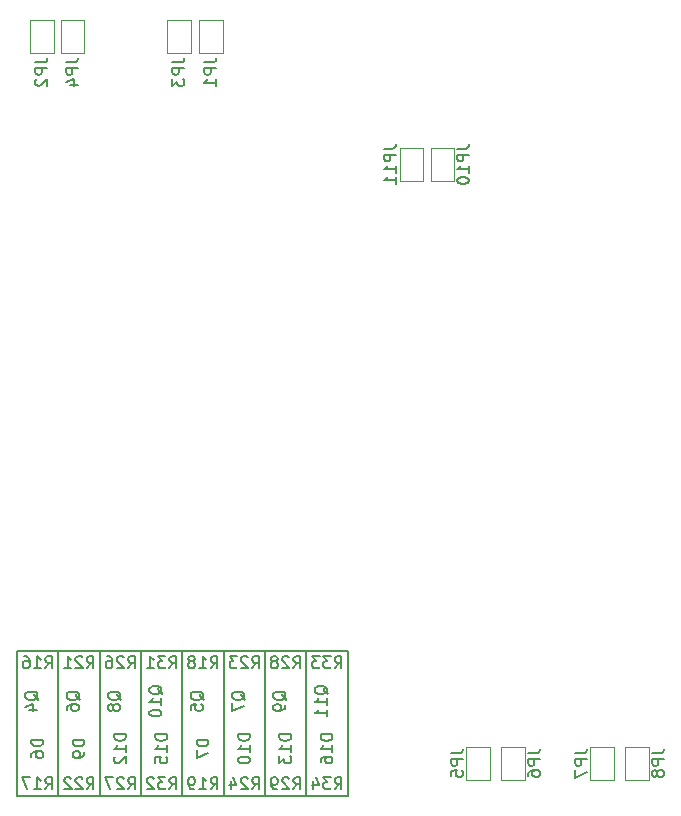
<source format=gbr>
%TF.GenerationSoftware,KiCad,Pcbnew,6.0.4-6f826c9f35~116~ubuntu20.04.1*%
%TF.CreationDate,2022-04-11T11:12:28+02:00*%
%TF.ProjectId,canbrd,63616e62-7264-42e6-9b69-6361645f7063,1.1*%
%TF.SameCoordinates,Original*%
%TF.FileFunction,Legend,Bot*%
%TF.FilePolarity,Positive*%
%FSLAX46Y46*%
G04 Gerber Fmt 4.6, Leading zero omitted, Abs format (unit mm)*
G04 Created by KiCad (PCBNEW 6.0.4-6f826c9f35~116~ubuntu20.04.1) date 2022-04-11 11:12:28*
%MOMM*%
%LPD*%
G01*
G04 APERTURE LIST*
%ADD10C,0.150000*%
%ADD11C,0.120000*%
G04 APERTURE END LIST*
D10*
X140000000Y-137750000D02*
X140000000Y-125500000D01*
X136500000Y-125500000D02*
X136500000Y-137750000D01*
X147000000Y-137750000D02*
X147000000Y-125500000D01*
X133000000Y-125500000D02*
X133000000Y-137750000D01*
X129500000Y-125500000D02*
X129500000Y-137750000D01*
X150500000Y-125500000D02*
X150500000Y-137750000D01*
X126000000Y-125500000D02*
X154000000Y-125500000D01*
X154000000Y-125500000D02*
X154000000Y-137750000D01*
X154000000Y-137750000D02*
X126000000Y-137750000D01*
X126000000Y-137750000D02*
X126000000Y-125500000D01*
X143500000Y-125500000D02*
X143500000Y-137750000D01*
%TO.C,D13*%
X149202380Y-132535714D02*
X148202380Y-132535714D01*
X148202380Y-132773809D01*
X148250000Y-132916666D01*
X148345238Y-133011904D01*
X148440476Y-133059523D01*
X148630952Y-133107142D01*
X148773809Y-133107142D01*
X148964285Y-133059523D01*
X149059523Y-133011904D01*
X149154761Y-132916666D01*
X149202380Y-132773809D01*
X149202380Y-132535714D01*
X149202380Y-134059523D02*
X149202380Y-133488095D01*
X149202380Y-133773809D02*
X148202380Y-133773809D01*
X148345238Y-133678571D01*
X148440476Y-133583333D01*
X148488095Y-133488095D01*
X148202380Y-134392857D02*
X148202380Y-135011904D01*
X148583333Y-134678571D01*
X148583333Y-134821428D01*
X148630952Y-134916666D01*
X148678571Y-134964285D01*
X148773809Y-135011904D01*
X149011904Y-135011904D01*
X149107142Y-134964285D01*
X149154761Y-134916666D01*
X149202380Y-134821428D01*
X149202380Y-134535714D01*
X149154761Y-134440476D01*
X149107142Y-134392857D01*
%TO.C,R28*%
X149392857Y-126952380D02*
X149726190Y-126476190D01*
X149964285Y-126952380D02*
X149964285Y-125952380D01*
X149583333Y-125952380D01*
X149488095Y-126000000D01*
X149440476Y-126047619D01*
X149392857Y-126142857D01*
X149392857Y-126285714D01*
X149440476Y-126380952D01*
X149488095Y-126428571D01*
X149583333Y-126476190D01*
X149964285Y-126476190D01*
X149011904Y-126047619D02*
X148964285Y-126000000D01*
X148869047Y-125952380D01*
X148630952Y-125952380D01*
X148535714Y-126000000D01*
X148488095Y-126047619D01*
X148440476Y-126142857D01*
X148440476Y-126238095D01*
X148488095Y-126380952D01*
X149059523Y-126952380D01*
X148440476Y-126952380D01*
X147869047Y-126380952D02*
X147964285Y-126333333D01*
X148011904Y-126285714D01*
X148059523Y-126190476D01*
X148059523Y-126142857D01*
X148011904Y-126047619D01*
X147964285Y-126000000D01*
X147869047Y-125952380D01*
X147678571Y-125952380D01*
X147583333Y-126000000D01*
X147535714Y-126047619D01*
X147488095Y-126142857D01*
X147488095Y-126190476D01*
X147535714Y-126285714D01*
X147583333Y-126333333D01*
X147678571Y-126380952D01*
X147869047Y-126380952D01*
X147964285Y-126428571D01*
X148011904Y-126476190D01*
X148059523Y-126571428D01*
X148059523Y-126761904D01*
X148011904Y-126857142D01*
X147964285Y-126904761D01*
X147869047Y-126952380D01*
X147678571Y-126952380D01*
X147583333Y-126904761D01*
X147535714Y-126857142D01*
X147488095Y-126761904D01*
X147488095Y-126571428D01*
X147535714Y-126476190D01*
X147583333Y-126428571D01*
X147678571Y-126380952D01*
%TO.C,Q9*%
X148797619Y-129654761D02*
X148750000Y-129559523D01*
X148654761Y-129464285D01*
X148511904Y-129321428D01*
X148464285Y-129226190D01*
X148464285Y-129130952D01*
X148702380Y-129178571D02*
X148654761Y-129083333D01*
X148559523Y-128988095D01*
X148369047Y-128940476D01*
X148035714Y-128940476D01*
X147845238Y-128988095D01*
X147750000Y-129083333D01*
X147702380Y-129178571D01*
X147702380Y-129369047D01*
X147750000Y-129464285D01*
X147845238Y-129559523D01*
X148035714Y-129607142D01*
X148369047Y-129607142D01*
X148559523Y-129559523D01*
X148654761Y-129464285D01*
X148702380Y-129369047D01*
X148702380Y-129178571D01*
X148702380Y-130083333D02*
X148702380Y-130273809D01*
X148654761Y-130369047D01*
X148607142Y-130416666D01*
X148464285Y-130511904D01*
X148273809Y-130559523D01*
X147892857Y-130559523D01*
X147797619Y-130511904D01*
X147750000Y-130464285D01*
X147702380Y-130369047D01*
X147702380Y-130178571D01*
X147750000Y-130083333D01*
X147797619Y-130035714D01*
X147892857Y-129988095D01*
X148130952Y-129988095D01*
X148226190Y-130035714D01*
X148273809Y-130083333D01*
X148321428Y-130178571D01*
X148321428Y-130369047D01*
X148273809Y-130464285D01*
X148226190Y-130511904D01*
X148130952Y-130559523D01*
%TO.C,R19*%
X142392857Y-137202380D02*
X142726190Y-136726190D01*
X142964285Y-137202380D02*
X142964285Y-136202380D01*
X142583333Y-136202380D01*
X142488095Y-136250000D01*
X142440476Y-136297619D01*
X142392857Y-136392857D01*
X142392857Y-136535714D01*
X142440476Y-136630952D01*
X142488095Y-136678571D01*
X142583333Y-136726190D01*
X142964285Y-136726190D01*
X141440476Y-137202380D02*
X142011904Y-137202380D01*
X141726190Y-137202380D02*
X141726190Y-136202380D01*
X141821428Y-136345238D01*
X141916666Y-136440476D01*
X142011904Y-136488095D01*
X140964285Y-137202380D02*
X140773809Y-137202380D01*
X140678571Y-137154761D01*
X140630952Y-137107142D01*
X140535714Y-136964285D01*
X140488095Y-136773809D01*
X140488095Y-136392857D01*
X140535714Y-136297619D01*
X140583333Y-136250000D01*
X140678571Y-136202380D01*
X140869047Y-136202380D01*
X140964285Y-136250000D01*
X141011904Y-136297619D01*
X141059523Y-136392857D01*
X141059523Y-136630952D01*
X141011904Y-136726190D01*
X140964285Y-136773809D01*
X140869047Y-136821428D01*
X140678571Y-136821428D01*
X140583333Y-136773809D01*
X140535714Y-136726190D01*
X140488095Y-136630952D01*
%TO.C,R22*%
X131892857Y-137202380D02*
X132226190Y-136726190D01*
X132464285Y-137202380D02*
X132464285Y-136202380D01*
X132083333Y-136202380D01*
X131988095Y-136250000D01*
X131940476Y-136297619D01*
X131892857Y-136392857D01*
X131892857Y-136535714D01*
X131940476Y-136630952D01*
X131988095Y-136678571D01*
X132083333Y-136726190D01*
X132464285Y-136726190D01*
X131511904Y-136297619D02*
X131464285Y-136250000D01*
X131369047Y-136202380D01*
X131130952Y-136202380D01*
X131035714Y-136250000D01*
X130988095Y-136297619D01*
X130940476Y-136392857D01*
X130940476Y-136488095D01*
X130988095Y-136630952D01*
X131559523Y-137202380D01*
X130940476Y-137202380D01*
X130559523Y-136297619D02*
X130511904Y-136250000D01*
X130416666Y-136202380D01*
X130178571Y-136202380D01*
X130083333Y-136250000D01*
X130035714Y-136297619D01*
X129988095Y-136392857D01*
X129988095Y-136488095D01*
X130035714Y-136630952D01*
X130607142Y-137202380D01*
X129988095Y-137202380D01*
%TO.C,R27*%
X135392857Y-137202380D02*
X135726190Y-136726190D01*
X135964285Y-137202380D02*
X135964285Y-136202380D01*
X135583333Y-136202380D01*
X135488095Y-136250000D01*
X135440476Y-136297619D01*
X135392857Y-136392857D01*
X135392857Y-136535714D01*
X135440476Y-136630952D01*
X135488095Y-136678571D01*
X135583333Y-136726190D01*
X135964285Y-136726190D01*
X135011904Y-136297619D02*
X134964285Y-136250000D01*
X134869047Y-136202380D01*
X134630952Y-136202380D01*
X134535714Y-136250000D01*
X134488095Y-136297619D01*
X134440476Y-136392857D01*
X134440476Y-136488095D01*
X134488095Y-136630952D01*
X135059523Y-137202380D01*
X134440476Y-137202380D01*
X134107142Y-136202380D02*
X133440476Y-136202380D01*
X133869047Y-137202380D01*
%TO.C,D15*%
X138702380Y-132535714D02*
X137702380Y-132535714D01*
X137702380Y-132773809D01*
X137750000Y-132916666D01*
X137845238Y-133011904D01*
X137940476Y-133059523D01*
X138130952Y-133107142D01*
X138273809Y-133107142D01*
X138464285Y-133059523D01*
X138559523Y-133011904D01*
X138654761Y-132916666D01*
X138702380Y-132773809D01*
X138702380Y-132535714D01*
X138702380Y-134059523D02*
X138702380Y-133488095D01*
X138702380Y-133773809D02*
X137702380Y-133773809D01*
X137845238Y-133678571D01*
X137940476Y-133583333D01*
X137988095Y-133488095D01*
X137702380Y-134964285D02*
X137702380Y-134488095D01*
X138178571Y-134440476D01*
X138130952Y-134488095D01*
X138083333Y-134583333D01*
X138083333Y-134821428D01*
X138130952Y-134916666D01*
X138178571Y-134964285D01*
X138273809Y-135011904D01*
X138511904Y-135011904D01*
X138607142Y-134964285D01*
X138654761Y-134916666D01*
X138702380Y-134821428D01*
X138702380Y-134583333D01*
X138654761Y-134488095D01*
X138607142Y-134440476D01*
%TO.C,Q11*%
X152297619Y-129178571D02*
X152250000Y-129083333D01*
X152154761Y-128988095D01*
X152011904Y-128845238D01*
X151964285Y-128750000D01*
X151964285Y-128654761D01*
X152202380Y-128702380D02*
X152154761Y-128607142D01*
X152059523Y-128511904D01*
X151869047Y-128464285D01*
X151535714Y-128464285D01*
X151345238Y-128511904D01*
X151250000Y-128607142D01*
X151202380Y-128702380D01*
X151202380Y-128892857D01*
X151250000Y-128988095D01*
X151345238Y-129083333D01*
X151535714Y-129130952D01*
X151869047Y-129130952D01*
X152059523Y-129083333D01*
X152154761Y-128988095D01*
X152202380Y-128892857D01*
X152202380Y-128702380D01*
X152202380Y-130083333D02*
X152202380Y-129511904D01*
X152202380Y-129797619D02*
X151202380Y-129797619D01*
X151345238Y-129702380D01*
X151440476Y-129607142D01*
X151488095Y-129511904D01*
X152202380Y-131035714D02*
X152202380Y-130464285D01*
X152202380Y-130750000D02*
X151202380Y-130750000D01*
X151345238Y-130654761D01*
X151440476Y-130559523D01*
X151488095Y-130464285D01*
%TO.C,D16*%
X152702380Y-132535714D02*
X151702380Y-132535714D01*
X151702380Y-132773809D01*
X151750000Y-132916666D01*
X151845238Y-133011904D01*
X151940476Y-133059523D01*
X152130952Y-133107142D01*
X152273809Y-133107142D01*
X152464285Y-133059523D01*
X152559523Y-133011904D01*
X152654761Y-132916666D01*
X152702380Y-132773809D01*
X152702380Y-132535714D01*
X152702380Y-134059523D02*
X152702380Y-133488095D01*
X152702380Y-133773809D02*
X151702380Y-133773809D01*
X151845238Y-133678571D01*
X151940476Y-133583333D01*
X151988095Y-133488095D01*
X151702380Y-134916666D02*
X151702380Y-134726190D01*
X151750000Y-134630952D01*
X151797619Y-134583333D01*
X151940476Y-134488095D01*
X152130952Y-134440476D01*
X152511904Y-134440476D01*
X152607142Y-134488095D01*
X152654761Y-134535714D01*
X152702380Y-134630952D01*
X152702380Y-134821428D01*
X152654761Y-134916666D01*
X152607142Y-134964285D01*
X152511904Y-135011904D01*
X152273809Y-135011904D01*
X152178571Y-134964285D01*
X152130952Y-134916666D01*
X152083333Y-134821428D01*
X152083333Y-134630952D01*
X152130952Y-134535714D01*
X152178571Y-134488095D01*
X152273809Y-134440476D01*
%TO.C,R33*%
X152892857Y-126952380D02*
X153226190Y-126476190D01*
X153464285Y-126952380D02*
X153464285Y-125952380D01*
X153083333Y-125952380D01*
X152988095Y-126000000D01*
X152940476Y-126047619D01*
X152892857Y-126142857D01*
X152892857Y-126285714D01*
X152940476Y-126380952D01*
X152988095Y-126428571D01*
X153083333Y-126476190D01*
X153464285Y-126476190D01*
X152559523Y-125952380D02*
X151940476Y-125952380D01*
X152273809Y-126333333D01*
X152130952Y-126333333D01*
X152035714Y-126380952D01*
X151988095Y-126428571D01*
X151940476Y-126523809D01*
X151940476Y-126761904D01*
X151988095Y-126857142D01*
X152035714Y-126904761D01*
X152130952Y-126952380D01*
X152416666Y-126952380D01*
X152511904Y-126904761D01*
X152559523Y-126857142D01*
X151607142Y-125952380D02*
X150988095Y-125952380D01*
X151321428Y-126333333D01*
X151178571Y-126333333D01*
X151083333Y-126380952D01*
X151035714Y-126428571D01*
X150988095Y-126523809D01*
X150988095Y-126761904D01*
X151035714Y-126857142D01*
X151083333Y-126904761D01*
X151178571Y-126952380D01*
X151464285Y-126952380D01*
X151559523Y-126904761D01*
X151607142Y-126857142D01*
%TO.C,Q4*%
X127797619Y-129654761D02*
X127750000Y-129559523D01*
X127654761Y-129464285D01*
X127511904Y-129321428D01*
X127464285Y-129226190D01*
X127464285Y-129130952D01*
X127702380Y-129178571D02*
X127654761Y-129083333D01*
X127559523Y-128988095D01*
X127369047Y-128940476D01*
X127035714Y-128940476D01*
X126845238Y-128988095D01*
X126750000Y-129083333D01*
X126702380Y-129178571D01*
X126702380Y-129369047D01*
X126750000Y-129464285D01*
X126845238Y-129559523D01*
X127035714Y-129607142D01*
X127369047Y-129607142D01*
X127559523Y-129559523D01*
X127654761Y-129464285D01*
X127702380Y-129369047D01*
X127702380Y-129178571D01*
X127035714Y-130464285D02*
X127702380Y-130464285D01*
X126654761Y-130226190D02*
X127369047Y-129988095D01*
X127369047Y-130607142D01*
%TO.C,R23*%
X145892857Y-126952380D02*
X146226190Y-126476190D01*
X146464285Y-126952380D02*
X146464285Y-125952380D01*
X146083333Y-125952380D01*
X145988095Y-126000000D01*
X145940476Y-126047619D01*
X145892857Y-126142857D01*
X145892857Y-126285714D01*
X145940476Y-126380952D01*
X145988095Y-126428571D01*
X146083333Y-126476190D01*
X146464285Y-126476190D01*
X145511904Y-126047619D02*
X145464285Y-126000000D01*
X145369047Y-125952380D01*
X145130952Y-125952380D01*
X145035714Y-126000000D01*
X144988095Y-126047619D01*
X144940476Y-126142857D01*
X144940476Y-126238095D01*
X144988095Y-126380952D01*
X145559523Y-126952380D01*
X144940476Y-126952380D01*
X144607142Y-125952380D02*
X143988095Y-125952380D01*
X144321428Y-126333333D01*
X144178571Y-126333333D01*
X144083333Y-126380952D01*
X144035714Y-126428571D01*
X143988095Y-126523809D01*
X143988095Y-126761904D01*
X144035714Y-126857142D01*
X144083333Y-126904761D01*
X144178571Y-126952380D01*
X144464285Y-126952380D01*
X144559523Y-126904761D01*
X144607142Y-126857142D01*
%TO.C,Q5*%
X141797619Y-129654761D02*
X141750000Y-129559523D01*
X141654761Y-129464285D01*
X141511904Y-129321428D01*
X141464285Y-129226190D01*
X141464285Y-129130952D01*
X141702380Y-129178571D02*
X141654761Y-129083333D01*
X141559523Y-128988095D01*
X141369047Y-128940476D01*
X141035714Y-128940476D01*
X140845238Y-128988095D01*
X140750000Y-129083333D01*
X140702380Y-129178571D01*
X140702380Y-129369047D01*
X140750000Y-129464285D01*
X140845238Y-129559523D01*
X141035714Y-129607142D01*
X141369047Y-129607142D01*
X141559523Y-129559523D01*
X141654761Y-129464285D01*
X141702380Y-129369047D01*
X141702380Y-129178571D01*
X140702380Y-130511904D02*
X140702380Y-130035714D01*
X141178571Y-129988095D01*
X141130952Y-130035714D01*
X141083333Y-130130952D01*
X141083333Y-130369047D01*
X141130952Y-130464285D01*
X141178571Y-130511904D01*
X141273809Y-130559523D01*
X141511904Y-130559523D01*
X141607142Y-130511904D01*
X141654761Y-130464285D01*
X141702380Y-130369047D01*
X141702380Y-130130952D01*
X141654761Y-130035714D01*
X141607142Y-129988095D01*
%TO.C,R16*%
X128392857Y-126952380D02*
X128726190Y-126476190D01*
X128964285Y-126952380D02*
X128964285Y-125952380D01*
X128583333Y-125952380D01*
X128488095Y-126000000D01*
X128440476Y-126047619D01*
X128392857Y-126142857D01*
X128392857Y-126285714D01*
X128440476Y-126380952D01*
X128488095Y-126428571D01*
X128583333Y-126476190D01*
X128964285Y-126476190D01*
X127440476Y-126952380D02*
X128011904Y-126952380D01*
X127726190Y-126952380D02*
X127726190Y-125952380D01*
X127821428Y-126095238D01*
X127916666Y-126190476D01*
X128011904Y-126238095D01*
X126583333Y-125952380D02*
X126773809Y-125952380D01*
X126869047Y-126000000D01*
X126916666Y-126047619D01*
X127011904Y-126190476D01*
X127059523Y-126380952D01*
X127059523Y-126761904D01*
X127011904Y-126857142D01*
X126964285Y-126904761D01*
X126869047Y-126952380D01*
X126678571Y-126952380D01*
X126583333Y-126904761D01*
X126535714Y-126857142D01*
X126488095Y-126761904D01*
X126488095Y-126523809D01*
X126535714Y-126428571D01*
X126583333Y-126380952D01*
X126678571Y-126333333D01*
X126869047Y-126333333D01*
X126964285Y-126380952D01*
X127011904Y-126428571D01*
X127059523Y-126523809D01*
%TO.C,R17*%
X128392857Y-137202380D02*
X128726190Y-136726190D01*
X128964285Y-137202380D02*
X128964285Y-136202380D01*
X128583333Y-136202380D01*
X128488095Y-136250000D01*
X128440476Y-136297619D01*
X128392857Y-136392857D01*
X128392857Y-136535714D01*
X128440476Y-136630952D01*
X128488095Y-136678571D01*
X128583333Y-136726190D01*
X128964285Y-136726190D01*
X127440476Y-137202380D02*
X128011904Y-137202380D01*
X127726190Y-137202380D02*
X127726190Y-136202380D01*
X127821428Y-136345238D01*
X127916666Y-136440476D01*
X128011904Y-136488095D01*
X127107142Y-136202380D02*
X126440476Y-136202380D01*
X126869047Y-137202380D01*
%TO.C,D9*%
X131702380Y-133011904D02*
X130702380Y-133011904D01*
X130702380Y-133250000D01*
X130750000Y-133392857D01*
X130845238Y-133488095D01*
X130940476Y-133535714D01*
X131130952Y-133583333D01*
X131273809Y-133583333D01*
X131464285Y-133535714D01*
X131559523Y-133488095D01*
X131654761Y-133392857D01*
X131702380Y-133250000D01*
X131702380Y-133011904D01*
X131702380Y-134059523D02*
X131702380Y-134250000D01*
X131654761Y-134345238D01*
X131607142Y-134392857D01*
X131464285Y-134488095D01*
X131273809Y-134535714D01*
X130892857Y-134535714D01*
X130797619Y-134488095D01*
X130750000Y-134440476D01*
X130702380Y-134345238D01*
X130702380Y-134154761D01*
X130750000Y-134059523D01*
X130797619Y-134011904D01*
X130892857Y-133964285D01*
X131130952Y-133964285D01*
X131226190Y-134011904D01*
X131273809Y-134059523D01*
X131321428Y-134154761D01*
X131321428Y-134345238D01*
X131273809Y-134440476D01*
X131226190Y-134488095D01*
X131130952Y-134535714D01*
%TO.C,D6*%
X128202380Y-133011904D02*
X127202380Y-133011904D01*
X127202380Y-133250000D01*
X127250000Y-133392857D01*
X127345238Y-133488095D01*
X127440476Y-133535714D01*
X127630952Y-133583333D01*
X127773809Y-133583333D01*
X127964285Y-133535714D01*
X128059523Y-133488095D01*
X128154761Y-133392857D01*
X128202380Y-133250000D01*
X128202380Y-133011904D01*
X127202380Y-134440476D02*
X127202380Y-134250000D01*
X127250000Y-134154761D01*
X127297619Y-134107142D01*
X127440476Y-134011904D01*
X127630952Y-133964285D01*
X128011904Y-133964285D01*
X128107142Y-134011904D01*
X128154761Y-134059523D01*
X128202380Y-134154761D01*
X128202380Y-134345238D01*
X128154761Y-134440476D01*
X128107142Y-134488095D01*
X128011904Y-134535714D01*
X127773809Y-134535714D01*
X127678571Y-134488095D01*
X127630952Y-134440476D01*
X127583333Y-134345238D01*
X127583333Y-134154761D01*
X127630952Y-134059523D01*
X127678571Y-134011904D01*
X127773809Y-133964285D01*
%TO.C,R26*%
X135392857Y-126952380D02*
X135726190Y-126476190D01*
X135964285Y-126952380D02*
X135964285Y-125952380D01*
X135583333Y-125952380D01*
X135488095Y-126000000D01*
X135440476Y-126047619D01*
X135392857Y-126142857D01*
X135392857Y-126285714D01*
X135440476Y-126380952D01*
X135488095Y-126428571D01*
X135583333Y-126476190D01*
X135964285Y-126476190D01*
X135011904Y-126047619D02*
X134964285Y-126000000D01*
X134869047Y-125952380D01*
X134630952Y-125952380D01*
X134535714Y-126000000D01*
X134488095Y-126047619D01*
X134440476Y-126142857D01*
X134440476Y-126238095D01*
X134488095Y-126380952D01*
X135059523Y-126952380D01*
X134440476Y-126952380D01*
X133583333Y-125952380D02*
X133773809Y-125952380D01*
X133869047Y-126000000D01*
X133916666Y-126047619D01*
X134011904Y-126190476D01*
X134059523Y-126380952D01*
X134059523Y-126761904D01*
X134011904Y-126857142D01*
X133964285Y-126904761D01*
X133869047Y-126952380D01*
X133678571Y-126952380D01*
X133583333Y-126904761D01*
X133535714Y-126857142D01*
X133488095Y-126761904D01*
X133488095Y-126523809D01*
X133535714Y-126428571D01*
X133583333Y-126380952D01*
X133678571Y-126333333D01*
X133869047Y-126333333D01*
X133964285Y-126380952D01*
X134011904Y-126428571D01*
X134059523Y-126523809D01*
%TO.C,D12*%
X135202380Y-132535714D02*
X134202380Y-132535714D01*
X134202380Y-132773809D01*
X134250000Y-132916666D01*
X134345238Y-133011904D01*
X134440476Y-133059523D01*
X134630952Y-133107142D01*
X134773809Y-133107142D01*
X134964285Y-133059523D01*
X135059523Y-133011904D01*
X135154761Y-132916666D01*
X135202380Y-132773809D01*
X135202380Y-132535714D01*
X135202380Y-134059523D02*
X135202380Y-133488095D01*
X135202380Y-133773809D02*
X134202380Y-133773809D01*
X134345238Y-133678571D01*
X134440476Y-133583333D01*
X134488095Y-133488095D01*
X134297619Y-134440476D02*
X134250000Y-134488095D01*
X134202380Y-134583333D01*
X134202380Y-134821428D01*
X134250000Y-134916666D01*
X134297619Y-134964285D01*
X134392857Y-135011904D01*
X134488095Y-135011904D01*
X134630952Y-134964285D01*
X135202380Y-134392857D01*
X135202380Y-135011904D01*
%TO.C,D10*%
X145702380Y-132535714D02*
X144702380Y-132535714D01*
X144702380Y-132773809D01*
X144750000Y-132916666D01*
X144845238Y-133011904D01*
X144940476Y-133059523D01*
X145130952Y-133107142D01*
X145273809Y-133107142D01*
X145464285Y-133059523D01*
X145559523Y-133011904D01*
X145654761Y-132916666D01*
X145702380Y-132773809D01*
X145702380Y-132535714D01*
X145702380Y-134059523D02*
X145702380Y-133488095D01*
X145702380Y-133773809D02*
X144702380Y-133773809D01*
X144845238Y-133678571D01*
X144940476Y-133583333D01*
X144988095Y-133488095D01*
X144702380Y-134678571D02*
X144702380Y-134773809D01*
X144750000Y-134869047D01*
X144797619Y-134916666D01*
X144892857Y-134964285D01*
X145083333Y-135011904D01*
X145321428Y-135011904D01*
X145511904Y-134964285D01*
X145607142Y-134916666D01*
X145654761Y-134869047D01*
X145702380Y-134773809D01*
X145702380Y-134678571D01*
X145654761Y-134583333D01*
X145607142Y-134535714D01*
X145511904Y-134488095D01*
X145321428Y-134440476D01*
X145083333Y-134440476D01*
X144892857Y-134488095D01*
X144797619Y-134535714D01*
X144750000Y-134583333D01*
X144702380Y-134678571D01*
%TO.C,Q6*%
X131297619Y-129654761D02*
X131250000Y-129559523D01*
X131154761Y-129464285D01*
X131011904Y-129321428D01*
X130964285Y-129226190D01*
X130964285Y-129130952D01*
X131202380Y-129178571D02*
X131154761Y-129083333D01*
X131059523Y-128988095D01*
X130869047Y-128940476D01*
X130535714Y-128940476D01*
X130345238Y-128988095D01*
X130250000Y-129083333D01*
X130202380Y-129178571D01*
X130202380Y-129369047D01*
X130250000Y-129464285D01*
X130345238Y-129559523D01*
X130535714Y-129607142D01*
X130869047Y-129607142D01*
X131059523Y-129559523D01*
X131154761Y-129464285D01*
X131202380Y-129369047D01*
X131202380Y-129178571D01*
X130202380Y-130464285D02*
X130202380Y-130273809D01*
X130250000Y-130178571D01*
X130297619Y-130130952D01*
X130440476Y-130035714D01*
X130630952Y-129988095D01*
X131011904Y-129988095D01*
X131107142Y-130035714D01*
X131154761Y-130083333D01*
X131202380Y-130178571D01*
X131202380Y-130369047D01*
X131154761Y-130464285D01*
X131107142Y-130511904D01*
X131011904Y-130559523D01*
X130773809Y-130559523D01*
X130678571Y-130511904D01*
X130630952Y-130464285D01*
X130583333Y-130369047D01*
X130583333Y-130178571D01*
X130630952Y-130083333D01*
X130678571Y-130035714D01*
X130773809Y-129988095D01*
%TO.C,R18*%
X142392857Y-126952380D02*
X142726190Y-126476190D01*
X142964285Y-126952380D02*
X142964285Y-125952380D01*
X142583333Y-125952380D01*
X142488095Y-126000000D01*
X142440476Y-126047619D01*
X142392857Y-126142857D01*
X142392857Y-126285714D01*
X142440476Y-126380952D01*
X142488095Y-126428571D01*
X142583333Y-126476190D01*
X142964285Y-126476190D01*
X141440476Y-126952380D02*
X142011904Y-126952380D01*
X141726190Y-126952380D02*
X141726190Y-125952380D01*
X141821428Y-126095238D01*
X141916666Y-126190476D01*
X142011904Y-126238095D01*
X140869047Y-126380952D02*
X140964285Y-126333333D01*
X141011904Y-126285714D01*
X141059523Y-126190476D01*
X141059523Y-126142857D01*
X141011904Y-126047619D01*
X140964285Y-126000000D01*
X140869047Y-125952380D01*
X140678571Y-125952380D01*
X140583333Y-126000000D01*
X140535714Y-126047619D01*
X140488095Y-126142857D01*
X140488095Y-126190476D01*
X140535714Y-126285714D01*
X140583333Y-126333333D01*
X140678571Y-126380952D01*
X140869047Y-126380952D01*
X140964285Y-126428571D01*
X141011904Y-126476190D01*
X141059523Y-126571428D01*
X141059523Y-126761904D01*
X141011904Y-126857142D01*
X140964285Y-126904761D01*
X140869047Y-126952380D01*
X140678571Y-126952380D01*
X140583333Y-126904761D01*
X140535714Y-126857142D01*
X140488095Y-126761904D01*
X140488095Y-126571428D01*
X140535714Y-126476190D01*
X140583333Y-126428571D01*
X140678571Y-126380952D01*
%TO.C,R32*%
X138892857Y-137202380D02*
X139226190Y-136726190D01*
X139464285Y-137202380D02*
X139464285Y-136202380D01*
X139083333Y-136202380D01*
X138988095Y-136250000D01*
X138940476Y-136297619D01*
X138892857Y-136392857D01*
X138892857Y-136535714D01*
X138940476Y-136630952D01*
X138988095Y-136678571D01*
X139083333Y-136726190D01*
X139464285Y-136726190D01*
X138559523Y-136202380D02*
X137940476Y-136202380D01*
X138273809Y-136583333D01*
X138130952Y-136583333D01*
X138035714Y-136630952D01*
X137988095Y-136678571D01*
X137940476Y-136773809D01*
X137940476Y-137011904D01*
X137988095Y-137107142D01*
X138035714Y-137154761D01*
X138130952Y-137202380D01*
X138416666Y-137202380D01*
X138511904Y-137154761D01*
X138559523Y-137107142D01*
X137559523Y-136297619D02*
X137511904Y-136250000D01*
X137416666Y-136202380D01*
X137178571Y-136202380D01*
X137083333Y-136250000D01*
X137035714Y-136297619D01*
X136988095Y-136392857D01*
X136988095Y-136488095D01*
X137035714Y-136630952D01*
X137607142Y-137202380D01*
X136988095Y-137202380D01*
%TO.C,Q7*%
X145297619Y-129654761D02*
X145250000Y-129559523D01*
X145154761Y-129464285D01*
X145011904Y-129321428D01*
X144964285Y-129226190D01*
X144964285Y-129130952D01*
X145202380Y-129178571D02*
X145154761Y-129083333D01*
X145059523Y-128988095D01*
X144869047Y-128940476D01*
X144535714Y-128940476D01*
X144345238Y-128988095D01*
X144250000Y-129083333D01*
X144202380Y-129178571D01*
X144202380Y-129369047D01*
X144250000Y-129464285D01*
X144345238Y-129559523D01*
X144535714Y-129607142D01*
X144869047Y-129607142D01*
X145059523Y-129559523D01*
X145154761Y-129464285D01*
X145202380Y-129369047D01*
X145202380Y-129178571D01*
X144202380Y-129940476D02*
X144202380Y-130607142D01*
X145202380Y-130178571D01*
%TO.C,R29*%
X149392857Y-137202380D02*
X149726190Y-136726190D01*
X149964285Y-137202380D02*
X149964285Y-136202380D01*
X149583333Y-136202380D01*
X149488095Y-136250000D01*
X149440476Y-136297619D01*
X149392857Y-136392857D01*
X149392857Y-136535714D01*
X149440476Y-136630952D01*
X149488095Y-136678571D01*
X149583333Y-136726190D01*
X149964285Y-136726190D01*
X149011904Y-136297619D02*
X148964285Y-136250000D01*
X148869047Y-136202380D01*
X148630952Y-136202380D01*
X148535714Y-136250000D01*
X148488095Y-136297619D01*
X148440476Y-136392857D01*
X148440476Y-136488095D01*
X148488095Y-136630952D01*
X149059523Y-137202380D01*
X148440476Y-137202380D01*
X147964285Y-137202380D02*
X147773809Y-137202380D01*
X147678571Y-137154761D01*
X147630952Y-137107142D01*
X147535714Y-136964285D01*
X147488095Y-136773809D01*
X147488095Y-136392857D01*
X147535714Y-136297619D01*
X147583333Y-136250000D01*
X147678571Y-136202380D01*
X147869047Y-136202380D01*
X147964285Y-136250000D01*
X148011904Y-136297619D01*
X148059523Y-136392857D01*
X148059523Y-136630952D01*
X148011904Y-136726190D01*
X147964285Y-136773809D01*
X147869047Y-136821428D01*
X147678571Y-136821428D01*
X147583333Y-136773809D01*
X147535714Y-136726190D01*
X147488095Y-136630952D01*
%TO.C,R31*%
X138892857Y-126952380D02*
X139226190Y-126476190D01*
X139464285Y-126952380D02*
X139464285Y-125952380D01*
X139083333Y-125952380D01*
X138988095Y-126000000D01*
X138940476Y-126047619D01*
X138892857Y-126142857D01*
X138892857Y-126285714D01*
X138940476Y-126380952D01*
X138988095Y-126428571D01*
X139083333Y-126476190D01*
X139464285Y-126476190D01*
X138559523Y-125952380D02*
X137940476Y-125952380D01*
X138273809Y-126333333D01*
X138130952Y-126333333D01*
X138035714Y-126380952D01*
X137988095Y-126428571D01*
X137940476Y-126523809D01*
X137940476Y-126761904D01*
X137988095Y-126857142D01*
X138035714Y-126904761D01*
X138130952Y-126952380D01*
X138416666Y-126952380D01*
X138511904Y-126904761D01*
X138559523Y-126857142D01*
X136988095Y-126952380D02*
X137559523Y-126952380D01*
X137273809Y-126952380D02*
X137273809Y-125952380D01*
X137369047Y-126095238D01*
X137464285Y-126190476D01*
X137559523Y-126238095D01*
%TO.C,Q10*%
X138297619Y-129178571D02*
X138250000Y-129083333D01*
X138154761Y-128988095D01*
X138011904Y-128845238D01*
X137964285Y-128750000D01*
X137964285Y-128654761D01*
X138202380Y-128702380D02*
X138154761Y-128607142D01*
X138059523Y-128511904D01*
X137869047Y-128464285D01*
X137535714Y-128464285D01*
X137345238Y-128511904D01*
X137250000Y-128607142D01*
X137202380Y-128702380D01*
X137202380Y-128892857D01*
X137250000Y-128988095D01*
X137345238Y-129083333D01*
X137535714Y-129130952D01*
X137869047Y-129130952D01*
X138059523Y-129083333D01*
X138154761Y-128988095D01*
X138202380Y-128892857D01*
X138202380Y-128702380D01*
X138202380Y-130083333D02*
X138202380Y-129511904D01*
X138202380Y-129797619D02*
X137202380Y-129797619D01*
X137345238Y-129702380D01*
X137440476Y-129607142D01*
X137488095Y-129511904D01*
X137202380Y-130702380D02*
X137202380Y-130797619D01*
X137250000Y-130892857D01*
X137297619Y-130940476D01*
X137392857Y-130988095D01*
X137583333Y-131035714D01*
X137821428Y-131035714D01*
X138011904Y-130988095D01*
X138107142Y-130940476D01*
X138154761Y-130892857D01*
X138202380Y-130797619D01*
X138202380Y-130702380D01*
X138154761Y-130607142D01*
X138107142Y-130559523D01*
X138011904Y-130511904D01*
X137821428Y-130464285D01*
X137583333Y-130464285D01*
X137392857Y-130511904D01*
X137297619Y-130559523D01*
X137250000Y-130607142D01*
X137202380Y-130702380D01*
%TO.C,R34*%
X152892857Y-137202380D02*
X153226190Y-136726190D01*
X153464285Y-137202380D02*
X153464285Y-136202380D01*
X153083333Y-136202380D01*
X152988095Y-136250000D01*
X152940476Y-136297619D01*
X152892857Y-136392857D01*
X152892857Y-136535714D01*
X152940476Y-136630952D01*
X152988095Y-136678571D01*
X153083333Y-136726190D01*
X153464285Y-136726190D01*
X152559523Y-136202380D02*
X151940476Y-136202380D01*
X152273809Y-136583333D01*
X152130952Y-136583333D01*
X152035714Y-136630952D01*
X151988095Y-136678571D01*
X151940476Y-136773809D01*
X151940476Y-137011904D01*
X151988095Y-137107142D01*
X152035714Y-137154761D01*
X152130952Y-137202380D01*
X152416666Y-137202380D01*
X152511904Y-137154761D01*
X152559523Y-137107142D01*
X151083333Y-136535714D02*
X151083333Y-137202380D01*
X151321428Y-136154761D02*
X151559523Y-136869047D01*
X150940476Y-136869047D01*
%TO.C,R24*%
X145892857Y-137202380D02*
X146226190Y-136726190D01*
X146464285Y-137202380D02*
X146464285Y-136202380D01*
X146083333Y-136202380D01*
X145988095Y-136250000D01*
X145940476Y-136297619D01*
X145892857Y-136392857D01*
X145892857Y-136535714D01*
X145940476Y-136630952D01*
X145988095Y-136678571D01*
X146083333Y-136726190D01*
X146464285Y-136726190D01*
X145511904Y-136297619D02*
X145464285Y-136250000D01*
X145369047Y-136202380D01*
X145130952Y-136202380D01*
X145035714Y-136250000D01*
X144988095Y-136297619D01*
X144940476Y-136392857D01*
X144940476Y-136488095D01*
X144988095Y-136630952D01*
X145559523Y-137202380D01*
X144940476Y-137202380D01*
X144083333Y-136535714D02*
X144083333Y-137202380D01*
X144321428Y-136154761D02*
X144559523Y-136869047D01*
X143940476Y-136869047D01*
%TO.C,Q8*%
X134797619Y-129654761D02*
X134750000Y-129559523D01*
X134654761Y-129464285D01*
X134511904Y-129321428D01*
X134464285Y-129226190D01*
X134464285Y-129130952D01*
X134702380Y-129178571D02*
X134654761Y-129083333D01*
X134559523Y-128988095D01*
X134369047Y-128940476D01*
X134035714Y-128940476D01*
X133845238Y-128988095D01*
X133750000Y-129083333D01*
X133702380Y-129178571D01*
X133702380Y-129369047D01*
X133750000Y-129464285D01*
X133845238Y-129559523D01*
X134035714Y-129607142D01*
X134369047Y-129607142D01*
X134559523Y-129559523D01*
X134654761Y-129464285D01*
X134702380Y-129369047D01*
X134702380Y-129178571D01*
X134130952Y-130178571D02*
X134083333Y-130083333D01*
X134035714Y-130035714D01*
X133940476Y-129988095D01*
X133892857Y-129988095D01*
X133797619Y-130035714D01*
X133750000Y-130083333D01*
X133702380Y-130178571D01*
X133702380Y-130369047D01*
X133750000Y-130464285D01*
X133797619Y-130511904D01*
X133892857Y-130559523D01*
X133940476Y-130559523D01*
X134035714Y-130511904D01*
X134083333Y-130464285D01*
X134130952Y-130369047D01*
X134130952Y-130178571D01*
X134178571Y-130083333D01*
X134226190Y-130035714D01*
X134321428Y-129988095D01*
X134511904Y-129988095D01*
X134607142Y-130035714D01*
X134654761Y-130083333D01*
X134702380Y-130178571D01*
X134702380Y-130369047D01*
X134654761Y-130464285D01*
X134607142Y-130511904D01*
X134511904Y-130559523D01*
X134321428Y-130559523D01*
X134226190Y-130511904D01*
X134178571Y-130464285D01*
X134130952Y-130369047D01*
%TO.C,D7*%
X142202380Y-133011904D02*
X141202380Y-133011904D01*
X141202380Y-133250000D01*
X141250000Y-133392857D01*
X141345238Y-133488095D01*
X141440476Y-133535714D01*
X141630952Y-133583333D01*
X141773809Y-133583333D01*
X141964285Y-133535714D01*
X142059523Y-133488095D01*
X142154761Y-133392857D01*
X142202380Y-133250000D01*
X142202380Y-133011904D01*
X141202380Y-133916666D02*
X141202380Y-134583333D01*
X142202380Y-134154761D01*
%TO.C,R21*%
X131892857Y-126952380D02*
X132226190Y-126476190D01*
X132464285Y-126952380D02*
X132464285Y-125952380D01*
X132083333Y-125952380D01*
X131988095Y-126000000D01*
X131940476Y-126047619D01*
X131892857Y-126142857D01*
X131892857Y-126285714D01*
X131940476Y-126380952D01*
X131988095Y-126428571D01*
X132083333Y-126476190D01*
X132464285Y-126476190D01*
X131511904Y-126047619D02*
X131464285Y-126000000D01*
X131369047Y-125952380D01*
X131130952Y-125952380D01*
X131035714Y-126000000D01*
X130988095Y-126047619D01*
X130940476Y-126142857D01*
X130940476Y-126238095D01*
X130988095Y-126380952D01*
X131559523Y-126952380D01*
X130940476Y-126952380D01*
X129988095Y-126952380D02*
X130559523Y-126952380D01*
X130273809Y-126952380D02*
X130273809Y-125952380D01*
X130369047Y-126095238D01*
X130464285Y-126190476D01*
X130559523Y-126238095D01*
%TO.C,JP6*%
X169252380Y-134166666D02*
X169966666Y-134166666D01*
X170109523Y-134119047D01*
X170204761Y-134023809D01*
X170252380Y-133880952D01*
X170252380Y-133785714D01*
X170252380Y-134642857D02*
X169252380Y-134642857D01*
X169252380Y-135023809D01*
X169300000Y-135119047D01*
X169347619Y-135166666D01*
X169442857Y-135214285D01*
X169585714Y-135214285D01*
X169680952Y-135166666D01*
X169728571Y-135119047D01*
X169776190Y-135023809D01*
X169776190Y-134642857D01*
X169252380Y-136071428D02*
X169252380Y-135880952D01*
X169300000Y-135785714D01*
X169347619Y-135738095D01*
X169490476Y-135642857D01*
X169680952Y-135595238D01*
X170061904Y-135595238D01*
X170157142Y-135642857D01*
X170204761Y-135690476D01*
X170252380Y-135785714D01*
X170252380Y-135976190D01*
X170204761Y-136071428D01*
X170157142Y-136119047D01*
X170061904Y-136166666D01*
X169823809Y-136166666D01*
X169728571Y-136119047D01*
X169680952Y-136071428D01*
X169633333Y-135976190D01*
X169633333Y-135785714D01*
X169680952Y-135690476D01*
X169728571Y-135642857D01*
X169823809Y-135595238D01*
%TO.C,JP8*%
X179752380Y-134166666D02*
X180466666Y-134166666D01*
X180609523Y-134119047D01*
X180704761Y-134023809D01*
X180752380Y-133880952D01*
X180752380Y-133785714D01*
X180752380Y-134642857D02*
X179752380Y-134642857D01*
X179752380Y-135023809D01*
X179800000Y-135119047D01*
X179847619Y-135166666D01*
X179942857Y-135214285D01*
X180085714Y-135214285D01*
X180180952Y-135166666D01*
X180228571Y-135119047D01*
X180276190Y-135023809D01*
X180276190Y-134642857D01*
X180180952Y-135785714D02*
X180133333Y-135690476D01*
X180085714Y-135642857D01*
X179990476Y-135595238D01*
X179942857Y-135595238D01*
X179847619Y-135642857D01*
X179800000Y-135690476D01*
X179752380Y-135785714D01*
X179752380Y-135976190D01*
X179800000Y-136071428D01*
X179847619Y-136119047D01*
X179942857Y-136166666D01*
X179990476Y-136166666D01*
X180085714Y-136119047D01*
X180133333Y-136071428D01*
X180180952Y-135976190D01*
X180180952Y-135785714D01*
X180228571Y-135690476D01*
X180276190Y-135642857D01*
X180371428Y-135595238D01*
X180561904Y-135595238D01*
X180657142Y-135642857D01*
X180704761Y-135690476D01*
X180752380Y-135785714D01*
X180752380Y-135976190D01*
X180704761Y-136071428D01*
X180657142Y-136119047D01*
X180561904Y-136166666D01*
X180371428Y-136166666D01*
X180276190Y-136119047D01*
X180228571Y-136071428D01*
X180180952Y-135976190D01*
%TO.C,JP2*%
X127552380Y-75655019D02*
X128266666Y-75655019D01*
X128409523Y-75607400D01*
X128504761Y-75512162D01*
X128552380Y-75369305D01*
X128552380Y-75274067D01*
X128552380Y-76131210D02*
X127552380Y-76131210D01*
X127552380Y-76512162D01*
X127600000Y-76607400D01*
X127647619Y-76655019D01*
X127742857Y-76702638D01*
X127885714Y-76702638D01*
X127980952Y-76655019D01*
X128028571Y-76607400D01*
X128076190Y-76512162D01*
X128076190Y-76131210D01*
X127647619Y-77083591D02*
X127600000Y-77131210D01*
X127552380Y-77226448D01*
X127552380Y-77464543D01*
X127600000Y-77559781D01*
X127647619Y-77607400D01*
X127742857Y-77655019D01*
X127838095Y-77655019D01*
X127980952Y-77607400D01*
X128552380Y-77035972D01*
X128552380Y-77655019D01*
%TO.C,JP3*%
X139152380Y-75655019D02*
X139866666Y-75655019D01*
X140009523Y-75607400D01*
X140104761Y-75512162D01*
X140152380Y-75369305D01*
X140152380Y-75274067D01*
X140152380Y-76131210D02*
X139152380Y-76131210D01*
X139152380Y-76512162D01*
X139200000Y-76607400D01*
X139247619Y-76655019D01*
X139342857Y-76702638D01*
X139485714Y-76702638D01*
X139580952Y-76655019D01*
X139628571Y-76607400D01*
X139676190Y-76512162D01*
X139676190Y-76131210D01*
X139152380Y-77035972D02*
X139152380Y-77655019D01*
X139533333Y-77321686D01*
X139533333Y-77464543D01*
X139580952Y-77559781D01*
X139628571Y-77607400D01*
X139723809Y-77655019D01*
X139961904Y-77655019D01*
X140057142Y-77607400D01*
X140104761Y-77559781D01*
X140152380Y-77464543D01*
X140152380Y-77178829D01*
X140104761Y-77083591D01*
X140057142Y-77035972D01*
%TO.C,JP5*%
X162752380Y-134166666D02*
X163466666Y-134166666D01*
X163609523Y-134119047D01*
X163704761Y-134023809D01*
X163752380Y-133880952D01*
X163752380Y-133785714D01*
X163752380Y-134642857D02*
X162752380Y-134642857D01*
X162752380Y-135023809D01*
X162800000Y-135119047D01*
X162847619Y-135166666D01*
X162942857Y-135214285D01*
X163085714Y-135214285D01*
X163180952Y-135166666D01*
X163228571Y-135119047D01*
X163276190Y-135023809D01*
X163276190Y-134642857D01*
X162752380Y-136119047D02*
X162752380Y-135642857D01*
X163228571Y-135595238D01*
X163180952Y-135642857D01*
X163133333Y-135738095D01*
X163133333Y-135976190D01*
X163180952Y-136071428D01*
X163228571Y-136119047D01*
X163323809Y-136166666D01*
X163561904Y-136166666D01*
X163657142Y-136119047D01*
X163704761Y-136071428D01*
X163752380Y-135976190D01*
X163752380Y-135738095D01*
X163704761Y-135642857D01*
X163657142Y-135595238D01*
%TO.C,JP4*%
X130152380Y-75655019D02*
X130866666Y-75655019D01*
X131009523Y-75607400D01*
X131104761Y-75512162D01*
X131152380Y-75369305D01*
X131152380Y-75274067D01*
X131152380Y-76131210D02*
X130152380Y-76131210D01*
X130152380Y-76512162D01*
X130200000Y-76607400D01*
X130247619Y-76655019D01*
X130342857Y-76702638D01*
X130485714Y-76702638D01*
X130580952Y-76655019D01*
X130628571Y-76607400D01*
X130676190Y-76512162D01*
X130676190Y-76131210D01*
X130485714Y-77559781D02*
X131152380Y-77559781D01*
X130104761Y-77321686D02*
X130819047Y-77083591D01*
X130819047Y-77702638D01*
%TO.C,JP1*%
X141852380Y-75655019D02*
X142566666Y-75655019D01*
X142709523Y-75607400D01*
X142804761Y-75512162D01*
X142852380Y-75369305D01*
X142852380Y-75274067D01*
X142852380Y-76131210D02*
X141852380Y-76131210D01*
X141852380Y-76512162D01*
X141900000Y-76607400D01*
X141947619Y-76655019D01*
X142042857Y-76702638D01*
X142185714Y-76702638D01*
X142280952Y-76655019D01*
X142328571Y-76607400D01*
X142376190Y-76512162D01*
X142376190Y-76131210D01*
X142852380Y-77655019D02*
X142852380Y-77083591D01*
X142852380Y-77369305D02*
X141852380Y-77369305D01*
X141995238Y-77274067D01*
X142090476Y-77178829D01*
X142138095Y-77083591D01*
%TO.C,JP11*%
X157060415Y-82990476D02*
X157774701Y-82990476D01*
X157917558Y-82942857D01*
X158012796Y-82847619D01*
X158060415Y-82704761D01*
X158060415Y-82609523D01*
X158060415Y-83466666D02*
X157060415Y-83466666D01*
X157060415Y-83847619D01*
X157108035Y-83942857D01*
X157155654Y-83990476D01*
X157250892Y-84038095D01*
X157393749Y-84038095D01*
X157488987Y-83990476D01*
X157536606Y-83942857D01*
X157584225Y-83847619D01*
X157584225Y-83466666D01*
X158060415Y-84990476D02*
X158060415Y-84419047D01*
X158060415Y-84704761D02*
X157060415Y-84704761D01*
X157203273Y-84609523D01*
X157298511Y-84514285D01*
X157346130Y-84419047D01*
X158060415Y-85942857D02*
X158060415Y-85371428D01*
X158060415Y-85657142D02*
X157060415Y-85657142D01*
X157203273Y-85561904D01*
X157298511Y-85466666D01*
X157346130Y-85371428D01*
%TO.C,JP10*%
X163260415Y-82990476D02*
X163974701Y-82990476D01*
X164117558Y-82942857D01*
X164212796Y-82847619D01*
X164260415Y-82704761D01*
X164260415Y-82609523D01*
X164260415Y-83466666D02*
X163260415Y-83466666D01*
X163260415Y-83847619D01*
X163308035Y-83942857D01*
X163355654Y-83990476D01*
X163450892Y-84038095D01*
X163593749Y-84038095D01*
X163688987Y-83990476D01*
X163736606Y-83942857D01*
X163784225Y-83847619D01*
X163784225Y-83466666D01*
X164260415Y-84990476D02*
X164260415Y-84419047D01*
X164260415Y-84704761D02*
X163260415Y-84704761D01*
X163403273Y-84609523D01*
X163498511Y-84514285D01*
X163546130Y-84419047D01*
X163260415Y-85609523D02*
X163260415Y-85704761D01*
X163308035Y-85800000D01*
X163355654Y-85847619D01*
X163450892Y-85895238D01*
X163641368Y-85942857D01*
X163879463Y-85942857D01*
X164069939Y-85895238D01*
X164165177Y-85847619D01*
X164212796Y-85800000D01*
X164260415Y-85704761D01*
X164260415Y-85609523D01*
X164212796Y-85514285D01*
X164165177Y-85466666D01*
X164069939Y-85419047D01*
X163879463Y-85371428D01*
X163641368Y-85371428D01*
X163450892Y-85419047D01*
X163355654Y-85466666D01*
X163308035Y-85514285D01*
X163260415Y-85609523D01*
%TO.C,JP7*%
X173252380Y-134166666D02*
X173966666Y-134166666D01*
X174109523Y-134119047D01*
X174204761Y-134023809D01*
X174252380Y-133880952D01*
X174252380Y-133785714D01*
X174252380Y-134642857D02*
X173252380Y-134642857D01*
X173252380Y-135023809D01*
X173300000Y-135119047D01*
X173347619Y-135166666D01*
X173442857Y-135214285D01*
X173585714Y-135214285D01*
X173680952Y-135166666D01*
X173728571Y-135119047D01*
X173776190Y-135023809D01*
X173776190Y-134642857D01*
X173252380Y-135547619D02*
X173252380Y-136214285D01*
X174252380Y-135785714D01*
D11*
%TO.C,JP6*%
X169000000Y-133600000D02*
X167000000Y-133600000D01*
X167000000Y-136400000D02*
X169000000Y-136400000D01*
X169000000Y-136400000D02*
X169000000Y-133600000D01*
X167000000Y-133600000D02*
X167000000Y-136400000D01*
%TO.C,JP8*%
X179500000Y-136400000D02*
X179500000Y-133600000D01*
X177500000Y-133600000D02*
X177500000Y-136400000D01*
X179500000Y-133600000D02*
X177500000Y-133600000D01*
X177500000Y-136400000D02*
X179500000Y-136400000D01*
%TO.C,JP2*%
X129100000Y-74900000D02*
X129100000Y-72100000D01*
X127100000Y-74900000D02*
X129100000Y-74900000D01*
X127100000Y-72100000D02*
X127100000Y-74900000D01*
X129100000Y-72100000D02*
X127100000Y-72100000D01*
%TO.C,JP3*%
X140700000Y-72100000D02*
X138700000Y-72100000D01*
X138700000Y-72100000D02*
X138700000Y-74900000D01*
X140700000Y-74900000D02*
X140700000Y-72100000D01*
X138700000Y-74900000D02*
X140700000Y-74900000D01*
%TO.C,JP5*%
X166000000Y-133600000D02*
X164000000Y-133600000D01*
X166000000Y-136400000D02*
X166000000Y-133600000D01*
X164000000Y-136400000D02*
X166000000Y-136400000D01*
X164000000Y-133600000D02*
X164000000Y-136400000D01*
%TO.C,JP4*%
X129700000Y-74900000D02*
X131700000Y-74900000D01*
X129700000Y-72100000D02*
X129700000Y-74900000D01*
X131700000Y-72100000D02*
X129700000Y-72100000D01*
X131700000Y-74900000D02*
X131700000Y-72100000D01*
%TO.C,JP1*%
X143400000Y-74900000D02*
X143400000Y-72100000D01*
X143400000Y-72100000D02*
X141400000Y-72100000D01*
X141400000Y-72100000D02*
X141400000Y-74900000D01*
X141400000Y-74900000D02*
X143400000Y-74900000D01*
%TO.C,JP11*%
X158408035Y-85700000D02*
X160408035Y-85700000D01*
X160408035Y-82900000D02*
X158408035Y-82900000D01*
X158408035Y-82900000D02*
X158408035Y-85700000D01*
X160408035Y-85700000D02*
X160408035Y-82900000D01*
%TO.C,JP10*%
X163008035Y-85700000D02*
X163008035Y-82900000D01*
X161008035Y-82900000D02*
X161008035Y-85700000D01*
X163008035Y-82900000D02*
X161008035Y-82900000D01*
X161008035Y-85700000D02*
X163008035Y-85700000D01*
%TO.C,JP7*%
X174500000Y-136400000D02*
X176500000Y-136400000D01*
X174500000Y-133600000D02*
X174500000Y-136400000D01*
X176500000Y-133600000D02*
X174500000Y-133600000D01*
X176500000Y-136400000D02*
X176500000Y-133600000D01*
%TD*%
M02*

</source>
